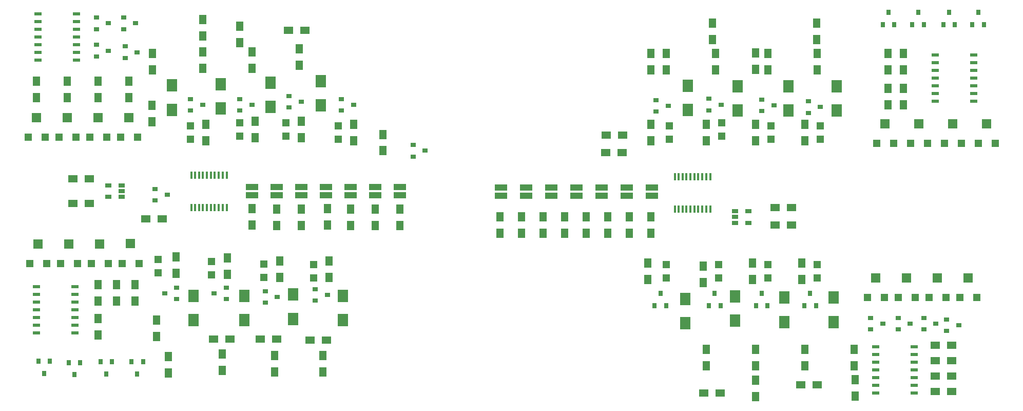
<source format=gbr>
G04 #@! TF.FileFunction,Paste,Top*
%FSLAX46Y46*%
G04 Gerber Fmt 4.6, Leading zero omitted, Abs format (unit mm)*
G04 Created by KiCad (PCBNEW 4.0.7) date 10/08/17 10:55:57*
%MOMM*%
%LPD*%
G01*
G04 APERTURE LIST*
%ADD10C,0.100000*%
%ADD11R,0.900000X0.800000*%
%ADD12R,1.200000X1.200000*%
%ADD13R,1.600000X1.500000*%
%ADD14R,1.300000X1.500000*%
%ADD15R,1.143000X0.508000*%
%ADD16R,2.000000X1.000000*%
%ADD17R,0.800000X0.900000*%
%ADD18R,1.500000X1.300000*%
%ADD19R,1.060000X0.650000*%
%ADD20R,0.406400X1.270000*%
%ADD21R,1.700000X2.000000*%
G04 APERTURE END LIST*
D10*
D11*
X182800000Y-74450000D03*
X182800000Y-76350000D03*
X184800000Y-75400000D03*
X117872000Y-105800000D03*
X117872000Y-107700000D03*
X119872000Y-106750000D03*
X214000000Y-110550000D03*
X214000000Y-112450000D03*
X216000000Y-111500000D03*
X86250000Y-61050000D03*
X86250000Y-62950000D03*
X88250000Y-62000000D03*
D12*
X70482000Y-80794000D03*
D13*
X71882000Y-77544000D03*
D12*
X73282000Y-80794000D03*
D14*
X87122000Y-74248000D03*
X87122000Y-71548000D03*
D12*
X80642000Y-80794000D03*
D13*
X82042000Y-77544000D03*
D12*
X83442000Y-80794000D03*
D14*
X71882000Y-74248000D03*
X71882000Y-71548000D03*
D12*
X85722000Y-80794000D03*
D13*
X87122000Y-77544000D03*
D12*
X88522000Y-80794000D03*
D14*
X76962000Y-74248000D03*
X76962000Y-71548000D03*
X82042000Y-74248000D03*
X82042000Y-71548000D03*
D12*
X75562000Y-80794000D03*
D13*
X76962000Y-77544000D03*
D12*
X78362000Y-80794000D03*
D11*
X81750000Y-61050000D03*
X81750000Y-62950000D03*
X83750000Y-62000000D03*
D15*
X72136000Y-60452000D03*
X72136000Y-61722000D03*
X72136000Y-62992000D03*
X72136000Y-64262000D03*
X72136000Y-65532000D03*
X72136000Y-66802000D03*
X72136000Y-68072000D03*
X78486000Y-68072000D03*
X78486000Y-66802000D03*
X78486000Y-64262000D03*
X78486000Y-62992000D03*
X78486000Y-61722000D03*
X78486000Y-60452000D03*
X78486000Y-65532000D03*
D11*
X81750000Y-65550000D03*
X81750000Y-67450000D03*
X83750000Y-66500000D03*
X86500000Y-65800000D03*
X86500000Y-67700000D03*
X88500000Y-66750000D03*
D14*
X115570000Y-80852000D03*
X115570000Y-78152000D03*
D12*
X113030000Y-80622000D03*
X113030000Y-78422000D03*
D11*
X113554000Y-73980000D03*
X113554000Y-75880000D03*
X115554000Y-74930000D03*
D14*
X99822000Y-81360000D03*
X99822000Y-78660000D03*
D11*
X97298000Y-74488000D03*
X97298000Y-76388000D03*
X99298000Y-75438000D03*
D12*
X97282000Y-81110000D03*
X97282000Y-78910000D03*
D11*
X122190000Y-74488000D03*
X122190000Y-76388000D03*
X124190000Y-75438000D03*
D14*
X124206000Y-81360000D03*
X124206000Y-78660000D03*
D12*
X121666000Y-81110000D03*
X121666000Y-78910000D03*
X105410000Y-80622000D03*
X105410000Y-78422000D03*
D14*
X107950000Y-80872000D03*
X107950000Y-78172000D03*
D11*
X105426000Y-74488000D03*
X105426000Y-76388000D03*
X107426000Y-75438000D03*
D12*
X91948000Y-100881000D03*
X91948000Y-103081000D03*
X100711000Y-101262000D03*
X100711000Y-103462000D03*
X109347000Y-101643000D03*
X109347000Y-103843000D03*
X117602000Y-101770000D03*
X117602000Y-103970000D03*
X176276000Y-81110000D03*
X176276000Y-78910000D03*
X184912000Y-80602000D03*
X184912000Y-78402000D03*
X193040000Y-81110000D03*
X193040000Y-78910000D03*
X201168000Y-81110000D03*
X201168000Y-78910000D03*
X175768000Y-101770000D03*
X175768000Y-103970000D03*
X184404000Y-101770000D03*
X184404000Y-103970000D03*
X192532000Y-101770000D03*
X192532000Y-103970000D03*
X200660000Y-101770000D03*
X200660000Y-103970000D03*
D16*
X131826000Y-88962000D03*
X131826000Y-90362000D03*
X127762000Y-88962000D03*
X127762000Y-90362000D03*
X123698000Y-88962000D03*
X123698000Y-90362000D03*
X119634000Y-88962000D03*
X119634000Y-90362000D03*
X115570000Y-88962000D03*
X115570000Y-90362000D03*
X111506000Y-88962000D03*
X111506000Y-90362000D03*
X107442000Y-88962000D03*
X107442000Y-90362000D03*
X173354996Y-89024000D03*
X173354996Y-90424000D03*
X169206330Y-89024000D03*
X169206330Y-90424000D03*
X165057664Y-89024000D03*
X165057664Y-90424000D03*
X160908998Y-89024000D03*
X160908998Y-90424000D03*
X156760332Y-89024000D03*
X156760332Y-90424000D03*
X152611666Y-89024000D03*
X152611666Y-90424000D03*
X148463000Y-89024000D03*
X148463000Y-90424000D03*
D11*
X91440000Y-89286000D03*
X91440000Y-91186000D03*
X93440000Y-90236000D03*
X95000000Y-107450000D03*
X95000000Y-105550000D03*
X93000000Y-106500000D03*
X103200000Y-107450000D03*
X103200000Y-105550000D03*
X101200000Y-106500000D03*
D17*
X74100000Y-117700000D03*
X72200000Y-117700000D03*
X73150000Y-119700000D03*
X79100000Y-117900000D03*
X77200000Y-117900000D03*
X78150000Y-119900000D03*
D11*
X109600000Y-106150000D03*
X109600000Y-108050000D03*
X111600000Y-107100000D03*
D17*
X84350000Y-117800000D03*
X82450000Y-117800000D03*
X83400000Y-119800000D03*
X89450000Y-117800000D03*
X87550000Y-117800000D03*
X88500000Y-119800000D03*
D11*
X174100000Y-74650000D03*
X174100000Y-76550000D03*
X176100000Y-75600000D03*
D17*
X211450000Y-62200000D03*
X213350000Y-62200000D03*
X212400000Y-60200000D03*
X216350000Y-62200000D03*
X218250000Y-62200000D03*
X217300000Y-60200000D03*
D11*
X191500000Y-74550000D03*
X191500000Y-76450000D03*
X193500000Y-75500000D03*
X199200000Y-74850000D03*
X199200000Y-76750000D03*
X201200000Y-75800000D03*
X134000000Y-82050000D03*
X134000000Y-83950000D03*
X136000000Y-83000000D03*
D17*
X221450000Y-62200000D03*
X223350000Y-62200000D03*
X222400000Y-60200000D03*
X226250000Y-62200000D03*
X228150000Y-62200000D03*
X227200000Y-60200000D03*
D14*
X131826000Y-95330000D03*
X131826000Y-92630000D03*
X127762000Y-95330000D03*
X127762000Y-92630000D03*
X123698000Y-95330000D03*
X123698000Y-92630000D03*
X119888000Y-95250000D03*
X119888000Y-92550000D03*
X115570000Y-95330000D03*
X115570000Y-92630000D03*
X111506000Y-95330000D03*
X111506000Y-92630000D03*
X107442000Y-95250000D03*
X107442000Y-92550000D03*
D18*
X89916000Y-94234000D03*
X92616000Y-94234000D03*
D14*
X91000000Y-69700000D03*
X91000000Y-67000000D03*
X99314000Y-69422000D03*
X99314000Y-66722000D03*
X107442000Y-69422000D03*
X107442000Y-66722000D03*
X115250000Y-68914000D03*
X115250000Y-66214000D03*
X94869000Y-103204000D03*
X94869000Y-100504000D03*
X103378000Y-103331000D03*
X103378000Y-100631000D03*
X93599000Y-116887000D03*
X93599000Y-119587000D03*
X102489000Y-116506000D03*
X102489000Y-119206000D03*
X82042000Y-105076000D03*
X82042000Y-107776000D03*
X85090000Y-105076000D03*
X85090000Y-107776000D03*
X112014000Y-103839000D03*
X112014000Y-101139000D03*
X120142000Y-103839000D03*
X120142000Y-101139000D03*
X111125000Y-116760000D03*
X111125000Y-119460000D03*
X119126000Y-116760000D03*
X119126000Y-119460000D03*
X82042000Y-113364000D03*
X82042000Y-110664000D03*
X88138000Y-105076000D03*
X88138000Y-107776000D03*
X173228000Y-96600000D03*
X173228000Y-93900000D03*
X169672000Y-96600000D03*
X169672000Y-93900000D03*
X166116000Y-96600000D03*
X166116000Y-93900000D03*
X162560000Y-96600000D03*
X162560000Y-93900000D03*
X159004000Y-96600000D03*
X159004000Y-93900000D03*
X155448000Y-96600000D03*
X155448000Y-93900000D03*
X151892000Y-96600000D03*
X151892000Y-93900000D03*
X148336000Y-93900000D03*
X148336000Y-96600000D03*
X173228000Y-78660000D03*
X173228000Y-81360000D03*
X182372000Y-78660000D03*
X182372000Y-81360000D03*
X175768000Y-69676000D03*
X175768000Y-66976000D03*
X183896000Y-69676000D03*
X183896000Y-66976000D03*
X212344000Y-75391000D03*
X212344000Y-72691000D03*
X214884000Y-66976000D03*
X214884000Y-69676000D03*
X190500000Y-78660000D03*
X190500000Y-81360000D03*
X198628000Y-78660000D03*
X198628000Y-81360000D03*
X192532000Y-69676000D03*
X192532000Y-66976000D03*
X200660000Y-69676000D03*
X200660000Y-66976000D03*
X212344000Y-66976000D03*
X212344000Y-69676000D03*
X214884000Y-75391000D03*
X214884000Y-72691000D03*
X172720000Y-104220000D03*
X172720000Y-101520000D03*
X181864000Y-104728000D03*
X181864000Y-102028000D03*
X182372000Y-115744000D03*
X182372000Y-118444000D03*
X190500000Y-115744000D03*
X190500000Y-118444000D03*
D18*
X220138000Y-120142000D03*
X222838000Y-120142000D03*
X220138000Y-115062000D03*
X222838000Y-115062000D03*
D14*
X189992000Y-104220000D03*
X189992000Y-101520000D03*
X198120000Y-104220000D03*
X198120000Y-101520000D03*
X198628000Y-115744000D03*
X198628000Y-118444000D03*
X206756000Y-115744000D03*
X206756000Y-118444000D03*
D18*
X220138000Y-117602000D03*
X222838000Y-117602000D03*
X220138000Y-122682000D03*
X222838000Y-122682000D03*
D14*
X129000000Y-83000000D03*
X129000000Y-80300000D03*
D18*
X165862000Y-80391000D03*
X168562000Y-80391000D03*
X165782000Y-83312000D03*
X168482000Y-83312000D03*
D12*
X70736000Y-101622000D03*
D13*
X72136000Y-98372000D03*
D12*
X73536000Y-101622000D03*
X75850000Y-101585000D03*
D13*
X77250000Y-98335000D03*
D12*
X78650000Y-101585000D03*
X80896000Y-101585000D03*
D13*
X82296000Y-98335000D03*
D12*
X83696000Y-101585000D03*
X85976000Y-101575000D03*
D13*
X87376000Y-98325000D03*
D12*
X88776000Y-101575000D03*
X210436000Y-81810000D03*
D13*
X211836000Y-78560000D03*
D12*
X213236000Y-81810000D03*
X216024000Y-81810000D03*
D13*
X217424000Y-78560000D03*
D12*
X218824000Y-81810000D03*
X221612000Y-81810000D03*
D13*
X223012000Y-78560000D03*
D12*
X224412000Y-81810000D03*
X227200000Y-81810000D03*
D13*
X228600000Y-78560000D03*
D12*
X230000000Y-81810000D03*
X208912000Y-107210000D03*
D13*
X210312000Y-103960000D03*
D12*
X211712000Y-107210000D03*
X213992000Y-107210000D03*
D13*
X215392000Y-103960000D03*
D12*
X216792000Y-107210000D03*
X219072000Y-107210000D03*
D13*
X220472000Y-103960000D03*
D12*
X221872000Y-107210000D03*
X224152000Y-107210000D03*
D13*
X225552000Y-103960000D03*
D12*
X226952000Y-107210000D03*
D19*
X85936000Y-90612000D03*
X85936000Y-89662000D03*
X85936000Y-88712000D03*
X83736000Y-88712000D03*
X83736000Y-90612000D03*
X187094524Y-92966000D03*
X187094524Y-93916000D03*
X187094524Y-94866000D03*
X189294524Y-94866000D03*
X189294524Y-92966000D03*
D20*
X103251000Y-86995000D03*
X102616000Y-86995000D03*
X101955600Y-86995000D03*
X101295200Y-86995000D03*
X100660200Y-86995000D03*
X99999800Y-86995000D03*
X99339400Y-86995000D03*
X98704400Y-86995000D03*
X98044000Y-86995000D03*
X97409000Y-86995000D03*
X97409000Y-92329000D03*
X98044000Y-92329000D03*
X98704400Y-92329000D03*
X99339400Y-92329000D03*
X99999800Y-92329000D03*
X100660200Y-92329000D03*
X101295200Y-92329000D03*
X101955600Y-92329000D03*
X102616000Y-92329000D03*
X103251000Y-92329000D03*
X183007000Y-87249000D03*
X182372000Y-87249000D03*
X181711600Y-87249000D03*
X181051200Y-87249000D03*
X180416200Y-87249000D03*
X179755800Y-87249000D03*
X179095400Y-87249000D03*
X178460400Y-87249000D03*
X177800000Y-87249000D03*
X177165000Y-87249000D03*
X177165000Y-92583000D03*
X177800000Y-92583000D03*
X178460400Y-92583000D03*
X179095400Y-92583000D03*
X179755800Y-92583000D03*
X180416200Y-92583000D03*
X181051200Y-92583000D03*
X181711600Y-92583000D03*
X182372000Y-92583000D03*
X183007000Y-92583000D03*
D15*
X71882000Y-105410000D03*
X71882000Y-106680000D03*
X71882000Y-107950000D03*
X71882000Y-109220000D03*
X71882000Y-110490000D03*
X71882000Y-111760000D03*
X71882000Y-113030000D03*
X78232000Y-113030000D03*
X78232000Y-111760000D03*
X78232000Y-109220000D03*
X78232000Y-107950000D03*
X78232000Y-106680000D03*
X78232000Y-105410000D03*
X78232000Y-110490000D03*
X220091000Y-67183000D03*
X220091000Y-68453000D03*
X220091000Y-69723000D03*
X220091000Y-70993000D03*
X220091000Y-72263000D03*
X220091000Y-73533000D03*
X220091000Y-74803000D03*
X226441000Y-74803000D03*
X226441000Y-73533000D03*
X226441000Y-70993000D03*
X226441000Y-69723000D03*
X226441000Y-68453000D03*
X226441000Y-67183000D03*
X226441000Y-72263000D03*
X216662000Y-122936000D03*
X216662000Y-121666000D03*
X216662000Y-120396000D03*
X216662000Y-119126000D03*
X216662000Y-117856000D03*
X216662000Y-116586000D03*
X216662000Y-115316000D03*
X210312000Y-115316000D03*
X210312000Y-116586000D03*
X210312000Y-119126000D03*
X210312000Y-120396000D03*
X210312000Y-121666000D03*
X210312000Y-122936000D03*
X210312000Y-117856000D03*
D18*
X80598000Y-87630000D03*
X77898000Y-87630000D03*
X193722000Y-95250000D03*
X196422000Y-95250000D03*
X80598000Y-91694000D03*
X77898000Y-91694000D03*
X193722000Y-92329000D03*
X196422000Y-92329000D03*
D17*
X173850000Y-108500000D03*
X175750000Y-108500000D03*
X174800000Y-106500000D03*
X182800000Y-108500000D03*
X184700000Y-108500000D03*
X183750000Y-106500000D03*
D11*
X209500000Y-110550000D03*
X209500000Y-112450000D03*
X211500000Y-111500000D03*
D17*
X190550000Y-108500000D03*
X192450000Y-108500000D03*
X191500000Y-106500000D03*
X198550000Y-108500000D03*
X200450000Y-108500000D03*
X199500000Y-106500000D03*
D11*
X218250000Y-110550000D03*
X218250000Y-112450000D03*
X220250000Y-111500000D03*
X222000000Y-110800000D03*
X222000000Y-112700000D03*
X224000000Y-111750000D03*
D21*
X94250000Y-72250000D03*
X94250000Y-76250000D03*
X102250000Y-72000000D03*
X102250000Y-76000000D03*
X110500000Y-71750000D03*
X110500000Y-75750000D03*
X118750000Y-71500000D03*
X118750000Y-75500000D03*
X97800000Y-110900000D03*
X97800000Y-106900000D03*
X106200000Y-110900000D03*
X106200000Y-106900000D03*
X114200000Y-110700000D03*
X114200000Y-106700000D03*
X122400000Y-110900000D03*
X122400000Y-106900000D03*
X179300000Y-72300000D03*
X179300000Y-76300000D03*
X187500000Y-72400000D03*
X187500000Y-76400000D03*
X195900000Y-72400000D03*
X195900000Y-76400000D03*
X203900000Y-72400000D03*
X203900000Y-76400000D03*
X178900000Y-111400000D03*
X178900000Y-107400000D03*
X187100000Y-111000000D03*
X187100000Y-107000000D03*
X195200000Y-111200000D03*
X195200000Y-107200000D03*
X203400000Y-111200000D03*
X203400000Y-107200000D03*
D14*
X91694000Y-110918000D03*
X91694000Y-113618000D03*
D18*
X108759000Y-114046000D03*
X111459000Y-114046000D03*
X101059000Y-114046000D03*
X103759000Y-114046000D03*
X117014000Y-114173000D03*
X119714000Y-114173000D03*
X181911000Y-122936000D03*
X184611000Y-122936000D03*
X197913000Y-121539000D03*
X200613000Y-121539000D03*
D14*
X190500000Y-123524000D03*
X190500000Y-120824000D03*
X206883000Y-123397000D03*
X206883000Y-120697000D03*
X90932000Y-75485000D03*
X90932000Y-78185000D03*
X105410000Y-65151000D03*
X105410000Y-62451000D03*
X99314000Y-64088000D03*
X99314000Y-61388000D03*
D18*
X113458000Y-63119000D03*
X116158000Y-63119000D03*
D14*
X173228000Y-69676000D03*
X173228000Y-66976000D03*
X190500000Y-69596000D03*
X190500000Y-66896000D03*
X183388000Y-61943000D03*
X183388000Y-64643000D03*
X200533000Y-64643000D03*
X200533000Y-61943000D03*
M02*

</source>
